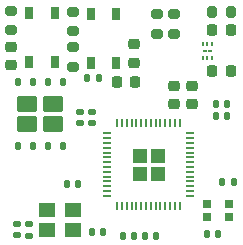
<source format=gbr>
%TF.GenerationSoftware,KiCad,Pcbnew,(5.99.0-13244-g73f40b11ee)*%
%TF.CreationDate,2021-12-16T18:40:11-08:00*%
%TF.ProjectId,MiniMike_RP2040,4d696e69-4d69-46b6-955f-525032303430,rev?*%
%TF.SameCoordinates,Original*%
%TF.FileFunction,Paste,Top*%
%TF.FilePolarity,Positive*%
%FSLAX46Y46*%
G04 Gerber Fmt 4.6, Leading zero omitted, Abs format (unit mm)*
G04 Created by KiCad (PCBNEW (5.99.0-13244-g73f40b11ee)) date 2021-12-16 18:40:11*
%MOMM*%
%LPD*%
G01*
G04 APERTURE LIST*
G04 Aperture macros list*
%AMRoundRect*
0 Rectangle with rounded corners*
0 $1 Rounding radius*
0 $2 $3 $4 $5 $6 $7 $8 $9 X,Y pos of 4 corners*
0 Add a 4 corners polygon primitive as box body*
4,1,4,$2,$3,$4,$5,$6,$7,$8,$9,$2,$3,0*
0 Add four circle primitives for the rounded corners*
1,1,$1+$1,$2,$3*
1,1,$1+$1,$4,$5*
1,1,$1+$1,$6,$7*
1,1,$1+$1,$8,$9*
0 Add four rect primitives between the rounded corners*
20,1,$1+$1,$2,$3,$4,$5,0*
20,1,$1+$1,$4,$5,$6,$7,0*
20,1,$1+$1,$6,$7,$8,$9,0*
20,1,$1+$1,$8,$9,$2,$3,0*%
G04 Aperture macros list end*
%ADD10C,0.100000*%
%ADD11RoundRect,0.140000X0.140000X0.170000X-0.140000X0.170000X-0.140000X-0.170000X0.140000X-0.170000X0*%
%ADD12RoundRect,0.225000X-0.225000X-0.250000X0.225000X-0.250000X0.225000X0.250000X-0.225000X0.250000X0*%
%ADD13RoundRect,0.140000X-0.140000X-0.170000X0.140000X-0.170000X0.140000X0.170000X-0.140000X0.170000X0*%
%ADD14RoundRect,0.200000X0.275000X-0.200000X0.275000X0.200000X-0.275000X0.200000X-0.275000X-0.200000X0*%
%ADD15R,0.700000X0.700000*%
%ADD16RoundRect,0.250000X-0.615000X0.435000X-0.615000X-0.435000X0.615000X-0.435000X0.615000X0.435000X0*%
%ADD17RoundRect,0.125000X-0.125000X0.250000X-0.125000X-0.250000X0.125000X-0.250000X0.125000X0.250000X0*%
%ADD18RoundRect,0.060000X0.130000X-0.060000X0.130000X0.060000X-0.130000X0.060000X-0.130000X-0.060000X0*%
%ADD19R,0.162000X0.399960*%
%ADD20RoundRect,0.140000X-0.170000X0.140000X-0.170000X-0.140000X0.170000X-0.140000X0.170000X0.140000X0*%
%ADD21RoundRect,0.218750X-0.256250X0.218750X-0.256250X-0.218750X0.256250X-0.218750X0.256250X0.218750X0*%
%ADD22RoundRect,0.200000X-0.275000X0.200000X-0.275000X-0.200000X0.275000X-0.200000X0.275000X0.200000X0*%
%ADD23RoundRect,0.225000X0.250000X-0.225000X0.250000X0.225000X-0.250000X0.225000X-0.250000X-0.225000X0*%
%ADD24RoundRect,0.225000X0.225000X0.250000X-0.225000X0.250000X-0.225000X-0.250000X0.225000X-0.250000X0*%
%ADD25R,0.650000X1.050000*%
%ADD26RoundRect,0.140000X0.170000X-0.140000X0.170000X0.140000X-0.170000X0.140000X-0.170000X-0.140000X0*%
%ADD27RoundRect,0.225000X-0.250000X0.225000X-0.250000X-0.225000X0.250000X-0.225000X0.250000X0.225000X0*%
%ADD28R,0.802240X0.142240*%
%ADD29R,0.142240X0.802240*%
%ADD30RoundRect,0.200000X0.200000X0.275000X-0.200000X0.275000X-0.200000X-0.275000X0.200000X-0.275000X0*%
%ADD31RoundRect,0.135000X0.185000X-0.135000X0.185000X0.135000X-0.185000X0.135000X-0.185000X-0.135000X0*%
%ADD32R,1.400000X1.200000*%
%ADD33RoundRect,0.135000X-0.135000X-0.185000X0.135000X-0.185000X0.135000X0.185000X-0.135000X0.185000X0*%
G04 APERTURE END LIST*
D10*
%TO.C,U2*%
X141499997Y-112800003D02*
X141499797Y-113900003D01*
X141499797Y-113900003D02*
X142599997Y-113900003D01*
X142599997Y-113900003D02*
X142599997Y-112800003D01*
X142599997Y-112800003D02*
X141499997Y-112800003D01*
G36*
X142599997Y-113900003D02*
G01*
X141499797Y-113900003D01*
X141499997Y-112800003D01*
X142599997Y-112800003D01*
X142599997Y-113900003D01*
G37*
X142599997Y-113900003D02*
X141499797Y-113900003D01*
X141499997Y-112800003D01*
X142599997Y-112800003D01*
X142599997Y-113900003D01*
X139999997Y-111300003D02*
X139999797Y-112400003D01*
X139999797Y-112400003D02*
X141099997Y-112400003D01*
X141099997Y-112400003D02*
X141099997Y-111300003D01*
X141099997Y-111300003D02*
X139999997Y-111300003D01*
G36*
X141099997Y-112400003D02*
G01*
X139999797Y-112400003D01*
X139999997Y-111300003D01*
X141099997Y-111300003D01*
X141099997Y-112400003D01*
G37*
X141099997Y-112400003D02*
X139999797Y-112400003D01*
X139999997Y-111300003D01*
X141099997Y-111300003D01*
X141099997Y-112400003D01*
X139999997Y-112800003D02*
X139999797Y-113900003D01*
X139999797Y-113900003D02*
X141099997Y-113900003D01*
X141099997Y-113900003D02*
X141099997Y-112800003D01*
X141099997Y-112800003D02*
X139999997Y-112800003D01*
G36*
X141099997Y-113900003D02*
G01*
X139999797Y-113900003D01*
X139999997Y-112800003D01*
X141099997Y-112800003D01*
X141099997Y-113900003D01*
G37*
X141099997Y-113900003D02*
X139999797Y-113900003D01*
X139999997Y-112800003D01*
X141099997Y-112800003D01*
X141099997Y-113900003D01*
X141499997Y-111300003D02*
X141499797Y-112400003D01*
X141499797Y-112400003D02*
X142599997Y-112400003D01*
X142599997Y-112400003D02*
X142599997Y-111300003D01*
X142599997Y-111300003D02*
X141499997Y-111300003D01*
G36*
X142599997Y-112400003D02*
G01*
X141499797Y-112400003D01*
X141499997Y-111300003D01*
X142599997Y-111300003D01*
X142599997Y-112400003D01*
G37*
X142599997Y-112400003D02*
X141499797Y-112400003D01*
X141499997Y-111300003D01*
X142599997Y-111300003D01*
X142599997Y-112400003D01*
%TD*%
D11*
%TO.C,C14*%
X147180000Y-118500000D03*
X146220000Y-118500000D03*
%TD*%
D12*
%TO.C,C1*%
X146725000Y-101200000D03*
X148275000Y-101200000D03*
%TD*%
D13*
%TO.C,C6*%
X139120000Y-118600000D03*
X140080000Y-118600000D03*
%TD*%
D14*
%TO.C,R4*%
X142000000Y-101525000D03*
X142000000Y-99875000D03*
%TD*%
D15*
%TO.C,D2*%
X148115000Y-117050000D03*
X148115000Y-115950000D03*
X146285000Y-115950000D03*
X146285000Y-117050000D03*
%TD*%
D14*
%TO.C,R3*%
X143500000Y-101525000D03*
X143500000Y-99875000D03*
%TD*%
D16*
%TO.C,U3*%
X133200000Y-107450000D03*
X131050000Y-107450000D03*
X133200000Y-109150000D03*
X131050000Y-109150000D03*
D17*
X134030000Y-105600000D03*
X132760000Y-105600000D03*
X131490000Y-105600000D03*
X130220000Y-105600000D03*
X130220000Y-111000000D03*
X131490000Y-111000000D03*
X132760000Y-111000000D03*
X134030000Y-111000000D03*
%TD*%
D18*
%TO.C,U1*%
X146535012Y-102999997D03*
X146065012Y-102999997D03*
D19*
X145900012Y-103584197D03*
X146300012Y-103584197D03*
X146706412Y-103584197D03*
X146700012Y-102415797D03*
X146300012Y-102415797D03*
X145900012Y-102415797D03*
%TD*%
D11*
%TO.C,C13*%
X141980000Y-118600000D03*
X141020000Y-118600000D03*
%TD*%
%TO.C,C5*%
X147980000Y-108500000D03*
X147020000Y-108500000D03*
%TD*%
D20*
%TO.C,C4*%
X136500000Y-108120000D03*
X136500000Y-109080000D03*
%TD*%
D21*
%TO.C,D1*%
X129700000Y-102612500D03*
X129700000Y-104187500D03*
%TD*%
D22*
%TO.C,R5*%
X134900000Y-102675000D03*
X134900000Y-104325000D03*
%TD*%
D23*
%TO.C,C2*%
X145000000Y-107475000D03*
X145000000Y-105925000D03*
%TD*%
D24*
%TO.C,C3*%
X148275000Y-104700000D03*
X146725000Y-104700000D03*
%TD*%
D25*
%TO.C,SW2*%
X131225000Y-99725000D03*
X131225000Y-103875000D03*
X133375000Y-99725000D03*
X133375000Y-103875000D03*
%TD*%
D26*
%TO.C,C15*%
X135500000Y-109080000D03*
X135500000Y-108120000D03*
%TD*%
D27*
%TO.C,C8*%
X143500000Y-105925000D03*
X143500000Y-107475000D03*
%TD*%
D12*
%TO.C,C12*%
X138625000Y-105600000D03*
X140175000Y-105600000D03*
%TD*%
D22*
%TO.C,R6*%
X134900000Y-99675000D03*
X134900000Y-101325000D03*
%TD*%
D11*
%TO.C,C10*%
X148530000Y-114100000D03*
X147570000Y-114100000D03*
%TD*%
D28*
%TO.C,U2*%
X137799997Y-109958403D03*
X137799997Y-110364803D03*
X137799997Y-110771203D03*
X137799997Y-111177603D03*
X137799997Y-111584003D03*
X137799997Y-111990403D03*
X137799997Y-112396803D03*
X137799997Y-112803203D03*
X137799997Y-113209603D03*
X137799997Y-113616003D03*
X137799997Y-114022403D03*
X137799997Y-114428803D03*
X137799997Y-114835203D03*
X137799997Y-115241603D03*
D29*
X138658397Y-116100003D03*
X139064797Y-116100003D03*
X139471197Y-116100003D03*
X139877597Y-116100003D03*
X140283997Y-116100003D03*
X140690397Y-116100003D03*
X141096797Y-116100003D03*
X141503197Y-116100003D03*
X141909597Y-116100003D03*
X142315997Y-116100003D03*
X142722397Y-116100003D03*
X143128797Y-116100003D03*
X143535197Y-116100003D03*
X143941597Y-116100003D03*
D28*
X144799997Y-115241603D03*
X144799997Y-114835203D03*
X144799997Y-114428803D03*
X144799997Y-114022403D03*
X144799997Y-113616003D03*
X144799997Y-113209603D03*
X144799997Y-112803203D03*
X144799997Y-112396803D03*
X144799997Y-111990403D03*
X144799997Y-111584003D03*
X144799997Y-111177603D03*
X144799997Y-110771203D03*
X144799997Y-110364803D03*
X144799998Y-109958403D03*
D29*
X143941597Y-109100002D03*
X143535197Y-109100003D03*
X143128797Y-109100003D03*
X142722397Y-109100003D03*
X142315997Y-109100003D03*
X141909597Y-109100003D03*
X141503197Y-109100003D03*
X141096797Y-109100003D03*
X140690397Y-109100003D03*
X140283997Y-109100003D03*
X139877597Y-109100003D03*
X139471197Y-109100003D03*
X139064797Y-109100003D03*
X138658397Y-109100003D03*
%TD*%
D27*
%TO.C,C7*%
X140100000Y-102425000D03*
X140100000Y-103975000D03*
%TD*%
D26*
%TO.C,C17*%
X130200000Y-118580000D03*
X130200000Y-117620000D03*
%TD*%
D13*
%TO.C,C11*%
X134420000Y-114200000D03*
X135380000Y-114200000D03*
%TD*%
D30*
%TO.C,R1*%
X148325000Y-99700000D03*
X146675000Y-99700000D03*
%TD*%
D11*
%TO.C,C9*%
X147980000Y-107500000D03*
X147020000Y-107500000D03*
%TD*%
D31*
%TO.C,R8*%
X131200000Y-118610000D03*
X131200000Y-117590000D03*
%TD*%
D32*
%TO.C,Y1*%
X134900000Y-116450000D03*
X132700000Y-116450000D03*
X132700000Y-118150000D03*
X134900000Y-118150000D03*
%TD*%
D25*
%TO.C,SW1*%
X138575000Y-103975000D03*
X138575000Y-99825000D03*
X136425000Y-99825000D03*
X136425000Y-103975000D03*
%TD*%
D33*
%TO.C,R7*%
X136090000Y-105300000D03*
X137110000Y-105300000D03*
%TD*%
D22*
%TO.C,R2*%
X129700000Y-99575000D03*
X129700000Y-101225000D03*
%TD*%
D11*
%TO.C,C16*%
X137480000Y-118300000D03*
X136520000Y-118300000D03*
%TD*%
M02*

</source>
